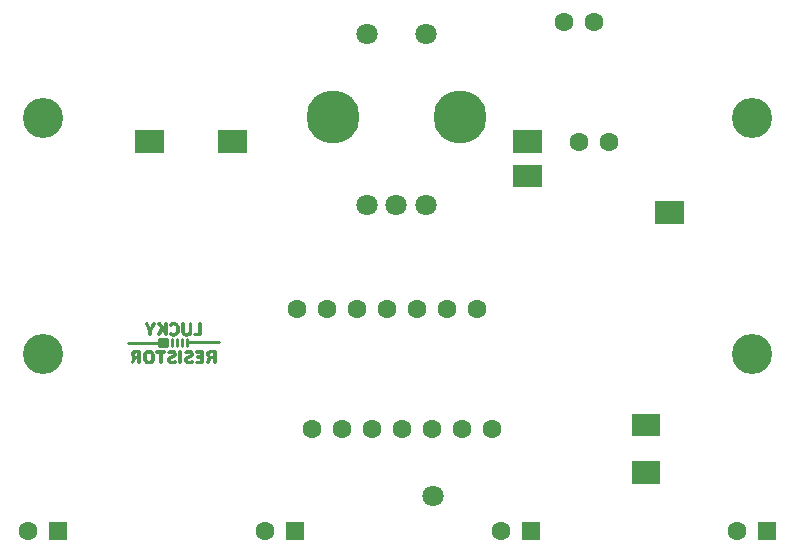
<source format=gbr>
G04 EAGLE Gerber RS-274X export*
G75*
%MOMM*%
%FSLAX34Y34*%
%LPD*%
%INSoldermask Bottom*%
%IPPOS*%
%AMOC8*
5,1,8,0,0,1.08239X$1,22.5*%
G01*
G04 Define Apertures*
%ADD10C,3.400000*%
%ADD11C,1.800000*%
%ADD12C,4.500000*%
%ADD13C,1.600000*%
%ADD14R,1.600000X1.600000*%
%ADD15C,0.254000*%
G36*
X142065Y360475D02*
X117935Y360475D01*
X117935Y379525D01*
X142065Y379525D01*
X142065Y360475D01*
G37*
G36*
X187935Y379525D02*
X212065Y379525D01*
X212065Y360475D01*
X187935Y360475D01*
X187935Y379525D01*
G37*
G36*
X537935Y99525D02*
X562065Y99525D01*
X562065Y80475D01*
X537935Y80475D01*
X537935Y99525D01*
G37*
G36*
X537935Y139525D02*
X562065Y139525D01*
X562065Y120475D01*
X537935Y120475D01*
X537935Y139525D01*
G37*
G36*
X582065Y300475D02*
X557935Y300475D01*
X557935Y319525D01*
X582065Y319525D01*
X582065Y300475D01*
G37*
G36*
X437935Y350525D02*
X462065Y350525D01*
X462065Y331475D01*
X437935Y331475D01*
X437935Y350525D01*
G37*
G36*
X437935Y379525D02*
X462065Y379525D01*
X462065Y360475D01*
X437935Y360475D01*
X437935Y379525D01*
G37*
D10*
X40000Y390000D03*
X640000Y390000D03*
X40000Y190000D03*
X640000Y190000D03*
D11*
X363900Y316100D03*
X338900Y316100D03*
X313900Y316100D03*
X363900Y461100D03*
X313900Y461100D03*
D12*
X392900Y391100D03*
X284900Y391100D03*
D13*
X254450Y228500D03*
X279850Y228500D03*
X305250Y228500D03*
X330650Y228500D03*
X356050Y228500D03*
X381450Y228500D03*
X406850Y228500D03*
X419550Y126900D03*
X394150Y126900D03*
X368750Y126900D03*
X343350Y126900D03*
X317950Y126900D03*
X292550Y126900D03*
X267150Y126900D03*
D14*
X652700Y40000D03*
D13*
X627300Y40000D03*
D14*
X452700Y40000D03*
D13*
X427300Y40000D03*
D14*
X252700Y40000D03*
D13*
X227300Y40000D03*
D14*
X52700Y40000D03*
D13*
X27300Y40000D03*
X480950Y470840D03*
X506350Y470840D03*
X493650Y369240D03*
X519050Y369240D03*
D15*
X130064Y183117D02*
X129131Y183041D01*
X130064Y183117D02*
X130485Y183211D01*
X130874Y183343D01*
X131233Y183513D01*
X131561Y183721D01*
X131858Y183965D01*
X132124Y184248D01*
X132358Y184567D01*
X132562Y184924D01*
X132735Y185319D01*
X132986Y186219D01*
X133111Y187267D01*
X133091Y188644D01*
X132986Y189350D01*
X132822Y189969D01*
X132607Y190508D01*
X132347Y190971D01*
X132052Y191365D01*
X131730Y191695D01*
X131388Y191966D01*
X131034Y192185D01*
X130677Y192356D01*
X129983Y192579D01*
X129372Y192681D01*
X128907Y192705D01*
X128447Y192685D01*
X128016Y192626D01*
X127613Y192529D01*
X127238Y192392D01*
X126892Y192218D01*
X126575Y192006D01*
X126287Y191755D01*
X126029Y191468D01*
X125800Y191143D01*
X125601Y190781D01*
X125432Y190382D01*
X125185Y189475D01*
X125061Y188425D01*
X125054Y187432D01*
X125133Y186589D01*
X125313Y185761D01*
X125447Y185363D01*
X125616Y184982D01*
X125822Y184622D01*
X126067Y184288D01*
X126354Y183983D01*
X126687Y183714D01*
X127068Y183484D01*
X127500Y183297D01*
X127986Y183158D01*
X128529Y183071D01*
X129131Y183041D01*
X129440Y192423D02*
X129079Y192443D01*
X129440Y192423D02*
X129783Y192364D01*
X130107Y192266D01*
X130412Y192132D01*
X130696Y191961D01*
X130959Y191754D01*
X131201Y191514D01*
X131420Y191240D01*
X131615Y190934D01*
X131787Y190596D01*
X132057Y189831D01*
X132223Y188952D01*
X132280Y187968D01*
X132179Y186553D01*
X132062Y185966D01*
X131907Y185453D01*
X131719Y185009D01*
X131504Y184629D01*
X131267Y184308D01*
X131013Y184042D01*
X130748Y183825D01*
X130476Y183653D01*
X130204Y183520D01*
X129935Y183423D01*
X129433Y183314D01*
X129010Y183286D01*
X128603Y183312D01*
X128119Y183418D01*
X127860Y183512D01*
X127598Y183639D01*
X127336Y183805D01*
X127081Y184014D01*
X126836Y184271D01*
X126608Y184580D01*
X126401Y184946D01*
X126220Y185373D01*
X126071Y185868D01*
X125886Y187074D01*
X125876Y188320D01*
X125988Y189289D01*
X126208Y190143D01*
X126356Y190525D01*
X126529Y190876D01*
X126726Y191194D01*
X126946Y191478D01*
X127189Y191728D01*
X127453Y191942D01*
X127739Y192120D01*
X128045Y192259D01*
X128371Y192361D01*
X128716Y192422D01*
X129079Y192443D01*
X148640Y183041D02*
X149411Y183091D01*
X150166Y183224D01*
X151493Y183640D01*
X151328Y184044D01*
X149949Y183589D01*
X149262Y183455D01*
X148623Y183406D01*
X148319Y183419D01*
X148040Y183455D01*
X147785Y183513D01*
X147554Y183591D01*
X147345Y183688D01*
X147157Y183803D01*
X146992Y183932D01*
X146846Y184075D01*
X146721Y184230D01*
X146614Y184395D01*
X146526Y184568D01*
X146456Y184748D01*
X146365Y185123D01*
X146336Y185504D01*
X146353Y185783D01*
X146403Y186037D01*
X146483Y186268D01*
X146589Y186477D01*
X146719Y186666D01*
X146870Y186835D01*
X147039Y186988D01*
X147417Y187245D01*
X147831Y187450D01*
X149695Y188088D01*
X150160Y188299D01*
X150551Y188538D01*
X150719Y188671D01*
X150868Y188814D01*
X150998Y188969D01*
X151108Y189136D01*
X151199Y189318D01*
X151270Y189514D01*
X151321Y189727D01*
X151352Y189958D01*
X151362Y190207D01*
X151335Y190617D01*
X151260Y190980D01*
X151141Y191298D01*
X150984Y191575D01*
X150796Y191814D01*
X150582Y192016D01*
X150347Y192186D01*
X150099Y192325D01*
X149582Y192526D01*
X149079Y192640D01*
X148296Y192705D01*
X147610Y192651D01*
X146926Y192497D01*
X146263Y192249D01*
X145640Y191916D01*
X145864Y191631D01*
X146520Y191978D01*
X147145Y192226D01*
X147737Y192376D01*
X148296Y192425D01*
X148753Y192387D01*
X148968Y192340D01*
X149172Y192276D01*
X149364Y192196D01*
X149544Y192099D01*
X149711Y191987D01*
X149864Y191862D01*
X150002Y191722D01*
X150124Y191570D01*
X150230Y191406D01*
X150318Y191230D01*
X150389Y191044D01*
X150440Y190848D01*
X150471Y190644D01*
X150482Y190431D01*
X150465Y190156D01*
X150417Y189906D01*
X150340Y189677D01*
X150236Y189468D01*
X150109Y189279D01*
X149960Y189108D01*
X149792Y188953D01*
X149410Y188686D01*
X148984Y188467D01*
X147000Y187751D01*
X146530Y187534D01*
X146141Y187291D01*
X145977Y187158D01*
X145832Y187014D01*
X145707Y186859D01*
X145602Y186691D01*
X145516Y186508D01*
X145449Y186310D01*
X145402Y186095D01*
X145364Y185608D01*
X145390Y185197D01*
X145464Y184832D01*
X145582Y184510D01*
X145737Y184229D01*
X145925Y183986D01*
X146141Y183777D01*
X146378Y183602D01*
X146633Y183456D01*
X147171Y183242D01*
X147713Y183116D01*
X148640Y183041D01*
X163036Y183041D02*
X163806Y183091D01*
X164561Y183224D01*
X165888Y183642D01*
X165723Y184044D01*
X164344Y183589D01*
X163657Y183455D01*
X163018Y183406D01*
X162715Y183419D01*
X162435Y183455D01*
X162180Y183513D01*
X161949Y183591D01*
X161739Y183688D01*
X161552Y183803D01*
X161386Y183932D01*
X161241Y184075D01*
X161115Y184230D01*
X161008Y184395D01*
X160920Y184568D01*
X160850Y184748D01*
X160758Y185123D01*
X160729Y185504D01*
X160747Y185783D01*
X160797Y186037D01*
X160876Y186268D01*
X160983Y186477D01*
X161113Y186666D01*
X161264Y186835D01*
X161433Y186988D01*
X161812Y187245D01*
X162226Y187450D01*
X164090Y188088D01*
X164555Y188299D01*
X164947Y188538D01*
X165114Y188671D01*
X165263Y188814D01*
X165393Y188969D01*
X165503Y189136D01*
X165594Y189318D01*
X165665Y189514D01*
X165716Y189727D01*
X165747Y189958D01*
X165757Y190207D01*
X165731Y190617D01*
X165655Y190980D01*
X165536Y191298D01*
X165379Y191575D01*
X165191Y191814D01*
X164977Y192016D01*
X164743Y192186D01*
X164494Y192325D01*
X163978Y192526D01*
X163474Y192640D01*
X162691Y192705D01*
X162006Y192652D01*
X161322Y192497D01*
X160658Y192250D01*
X160035Y191916D01*
X160261Y191631D01*
X160917Y191978D01*
X161542Y192226D01*
X162134Y192376D01*
X162691Y192425D01*
X163149Y192387D01*
X163363Y192340D01*
X163567Y192276D01*
X163759Y192196D01*
X163939Y192099D01*
X164106Y191987D01*
X164259Y191862D01*
X164397Y191722D01*
X164519Y191570D01*
X164625Y191406D01*
X164714Y191230D01*
X164784Y191044D01*
X164835Y190848D01*
X164866Y190644D01*
X164877Y190431D01*
X164860Y190156D01*
X164812Y189906D01*
X164735Y189677D01*
X164631Y189468D01*
X164504Y189279D01*
X164355Y189108D01*
X164187Y188953D01*
X163806Y188686D01*
X163380Y188467D01*
X161396Y187751D01*
X160927Y187534D01*
X160539Y187291D01*
X160375Y187158D01*
X160230Y187014D01*
X160105Y186859D01*
X160000Y186691D01*
X159914Y186508D01*
X159848Y186310D01*
X159801Y186095D01*
X159763Y185608D01*
X159789Y185197D01*
X159863Y184832D01*
X159981Y184510D01*
X160136Y184229D01*
X160324Y183986D01*
X160539Y183777D01*
X160776Y183602D01*
X161030Y183456D01*
X161568Y183242D01*
X162109Y183116D01*
X163036Y183041D01*
X116893Y186605D02*
X115392Y183248D01*
X116893Y186605D02*
X117129Y186908D01*
X117255Y187032D01*
X117515Y187230D01*
X117781Y187370D01*
X118042Y187461D01*
X118288Y187512D01*
X119531Y187529D01*
X119640Y187513D01*
X119746Y187486D01*
X119847Y187449D01*
X119943Y187402D01*
X120033Y187347D01*
X120118Y187284D01*
X120196Y187213D01*
X120267Y187135D01*
X120330Y187050D01*
X120385Y186959D01*
X120432Y186863D01*
X120469Y186762D01*
X120496Y186656D01*
X120512Y186547D01*
X120518Y183248D01*
X121283Y183248D01*
X121283Y192498D01*
X117258Y192448D01*
X116467Y192308D01*
X116150Y192208D01*
X115880Y192091D01*
X115654Y191959D01*
X115467Y191812D01*
X115316Y191653D01*
X115198Y191484D01*
X115108Y191306D01*
X115043Y191121D01*
X114998Y190930D01*
X114958Y190541D01*
X114961Y190163D01*
X115014Y189823D01*
X115111Y189516D01*
X115247Y189241D01*
X115412Y188999D01*
X115601Y188790D01*
X115805Y188615D01*
X116016Y188474D01*
X116190Y188380D01*
X116316Y188293D01*
X116428Y188191D01*
X116523Y188074D01*
X116602Y187947D01*
X116663Y187809D01*
X116704Y187663D01*
X116726Y187511D01*
X116726Y187356D01*
X116704Y187204D01*
X116663Y187058D01*
X116602Y186920D01*
X116523Y186793D01*
X116428Y186677D01*
X116316Y186574D01*
X116190Y186487D01*
X116116Y186446D01*
X116098Y186433D01*
X116045Y186380D01*
X115978Y186288D01*
X114630Y183248D01*
X115392Y183248D01*
X119419Y192391D02*
X119531Y192385D01*
X119640Y192369D01*
X119746Y192342D01*
X119847Y192305D01*
X119943Y192258D01*
X120033Y192203D01*
X120118Y192140D01*
X120196Y192069D01*
X120267Y191991D01*
X120330Y191906D01*
X120385Y191815D01*
X120432Y191719D01*
X120469Y191618D01*
X120496Y191512D01*
X120512Y191403D01*
X120512Y188596D01*
X120496Y188486D01*
X120469Y188381D01*
X120432Y188280D01*
X120385Y188183D01*
X120330Y188093D01*
X120267Y188008D01*
X120196Y187930D01*
X120118Y187859D01*
X120033Y187795D01*
X119943Y187740D01*
X119847Y187694D01*
X119746Y187657D01*
X119640Y187630D01*
X119531Y187613D01*
X118020Y187619D01*
X117753Y187653D01*
X117501Y187708D01*
X117263Y187784D01*
X117041Y187881D01*
X116834Y187998D01*
X116644Y188133D01*
X116471Y188287D01*
X116316Y188459D01*
X116180Y188648D01*
X116063Y188853D01*
X115966Y189074D01*
X115889Y189310D01*
X115833Y189561D01*
X115788Y190103D01*
X115813Y190501D01*
X115898Y190901D01*
X115967Y191097D01*
X116058Y191286D01*
X116171Y191467D01*
X116308Y191639D01*
X116472Y191798D01*
X116665Y191942D01*
X116887Y192071D01*
X117142Y192180D01*
X117432Y192269D01*
X117757Y192336D01*
X119419Y192391D01*
X139489Y191127D02*
X139483Y183248D01*
X139489Y191127D02*
X139506Y191237D01*
X139533Y191342D01*
X139570Y191443D01*
X139616Y191539D01*
X139671Y191630D01*
X139734Y191715D01*
X139805Y191793D01*
X139883Y191864D01*
X139968Y191927D01*
X140059Y191983D01*
X140155Y192029D01*
X140256Y192066D01*
X140361Y192093D01*
X140470Y192110D01*
X142532Y192115D01*
X142532Y192498D01*
X135566Y192498D01*
X135566Y192115D01*
X137749Y192110D01*
X137858Y192093D01*
X137963Y192066D01*
X138064Y192029D01*
X138160Y191983D01*
X138251Y191927D01*
X138336Y191864D01*
X138414Y191793D01*
X138485Y191715D01*
X138548Y191630D01*
X138603Y191539D01*
X138649Y191443D01*
X138686Y191342D01*
X138713Y191237D01*
X138730Y191127D01*
X138736Y183248D01*
X139483Y183248D01*
X155994Y183248D02*
X155994Y192498D01*
X155234Y192498D01*
X155234Y183248D01*
X155994Y183248D01*
X174523Y183248D02*
X174523Y192498D01*
X169233Y192498D01*
X169233Y192115D01*
X172774Y192110D01*
X172883Y192093D01*
X172989Y192066D01*
X173090Y192029D01*
X173186Y191983D01*
X173277Y191927D01*
X173362Y191864D01*
X173440Y191793D01*
X173511Y191715D01*
X173574Y191630D01*
X173629Y191539D01*
X173676Y191443D01*
X173713Y191342D01*
X173740Y191237D01*
X173756Y191127D01*
X173756Y189164D01*
X173740Y189055D01*
X173713Y188949D01*
X173676Y188848D01*
X173629Y188752D01*
X173574Y188661D01*
X173511Y188576D01*
X173440Y188498D01*
X173362Y188427D01*
X173277Y188364D01*
X173186Y188309D01*
X173090Y188262D01*
X172989Y188225D01*
X172883Y188198D01*
X172774Y188182D01*
X169871Y188176D01*
X169871Y187794D01*
X172774Y187788D01*
X172883Y187771D01*
X172989Y187744D01*
X173090Y187707D01*
X173186Y187661D01*
X173277Y187606D01*
X173362Y187542D01*
X173440Y187471D01*
X173511Y187393D01*
X173574Y187308D01*
X173629Y187218D01*
X173676Y187121D01*
X173713Y187020D01*
X173740Y186915D01*
X173756Y186805D01*
X173756Y184617D01*
X173740Y184507D01*
X173713Y184402D01*
X173676Y184301D01*
X173629Y184204D01*
X173574Y184114D01*
X173511Y184029D01*
X173440Y183951D01*
X173362Y183880D01*
X173277Y183816D01*
X173186Y183761D01*
X173090Y183715D01*
X172989Y183678D01*
X172883Y183651D01*
X172774Y183634D01*
X169113Y183628D01*
X169113Y183248D01*
X174523Y183248D01*
X179105Y183248D02*
X180607Y186605D01*
X180842Y186908D01*
X181097Y187139D01*
X181362Y187307D01*
X181626Y187421D01*
X181880Y187491D01*
X182116Y187526D01*
X183243Y187529D01*
X183353Y187513D01*
X183458Y187486D01*
X183559Y187449D01*
X183656Y187402D01*
X183746Y187347D01*
X183831Y187284D01*
X183909Y187213D01*
X183980Y187135D01*
X184044Y187050D01*
X184099Y186959D01*
X184145Y186863D01*
X184182Y186762D01*
X184209Y186656D01*
X184226Y186547D01*
X184232Y183248D01*
X184993Y183248D01*
X184993Y192498D01*
X180970Y192448D01*
X180180Y192308D01*
X179864Y192208D01*
X179594Y192091D01*
X179368Y191959D01*
X179181Y191812D01*
X179031Y191653D01*
X178913Y191484D01*
X178823Y191306D01*
X178758Y191121D01*
X178713Y190930D01*
X178673Y190541D01*
X178676Y190163D01*
X178729Y189823D01*
X178826Y189516D01*
X178961Y189241D01*
X179127Y188999D01*
X179315Y188790D01*
X179518Y188615D01*
X179729Y188474D01*
X179904Y188380D01*
X180030Y188293D01*
X180142Y188191D01*
X180238Y188074D01*
X180317Y187947D01*
X180378Y187809D01*
X180420Y187663D01*
X180441Y187511D01*
X180441Y187356D01*
X180420Y187204D01*
X180378Y187058D01*
X180317Y186920D01*
X180238Y186793D01*
X180142Y186677D01*
X180030Y186574D01*
X179904Y186487D01*
X179830Y186446D01*
X179812Y186433D01*
X179760Y186380D01*
X179691Y186288D01*
X179618Y186155D01*
X178341Y183248D01*
X179105Y183248D01*
X183131Y192391D02*
X183243Y192385D01*
X183353Y192369D01*
X183458Y192342D01*
X183559Y192305D01*
X183656Y192258D01*
X183746Y192203D01*
X183831Y192140D01*
X183909Y192069D01*
X183980Y191991D01*
X184044Y191906D01*
X184099Y191815D01*
X184145Y191719D01*
X184182Y191618D01*
X184209Y191512D01*
X184226Y191403D01*
X184226Y188596D01*
X184209Y188486D01*
X184182Y188381D01*
X184145Y188280D01*
X184099Y188183D01*
X184044Y188093D01*
X183980Y188008D01*
X183909Y187930D01*
X183831Y187859D01*
X183746Y187795D01*
X183656Y187740D01*
X183559Y187694D01*
X183458Y187657D01*
X183353Y187630D01*
X183243Y187613D01*
X181732Y187619D01*
X181466Y187653D01*
X181213Y187708D01*
X180976Y187784D01*
X180753Y187881D01*
X180547Y187998D01*
X180357Y188133D01*
X180184Y188287D01*
X180029Y188459D01*
X179892Y188648D01*
X179775Y188853D01*
X179678Y189074D01*
X179601Y189310D01*
X179545Y189561D01*
X179500Y190103D01*
X179525Y190501D01*
X179609Y190901D01*
X179679Y191097D01*
X179769Y191286D01*
X179882Y191467D01*
X180020Y191639D01*
X180184Y191798D01*
X180377Y191942D01*
X180599Y192071D01*
X180854Y192180D01*
X181144Y192269D01*
X181469Y192336D01*
X183131Y192391D01*
X144302Y202557D02*
X138216Y202557D01*
X138216Y200882D01*
X138216Y198962D01*
X138216Y197121D01*
X144302Y197121D01*
X149794Y206652D02*
X150414Y206681D01*
X150973Y206767D01*
X151473Y206904D01*
X151917Y207088D01*
X152309Y207315D01*
X152651Y207581D01*
X152947Y207880D01*
X153199Y208210D01*
X153410Y208564D01*
X153584Y208940D01*
X153829Y209737D01*
X153959Y210565D01*
X153997Y211389D01*
X153963Y212177D01*
X153866Y212878D01*
X153712Y213495D01*
X153509Y214035D01*
X153263Y214502D01*
X152981Y214902D01*
X152670Y215240D01*
X152337Y215520D01*
X151989Y215748D01*
X151632Y215929D01*
X151275Y216069D01*
X150583Y216242D01*
X149969Y216309D01*
X149522Y216311D01*
X149159Y216278D01*
X148809Y216212D01*
X148473Y216112D01*
X148151Y215980D01*
X147843Y215815D01*
X147549Y215616D01*
X147135Y215258D01*
X147483Y215008D01*
X148035Y215467D01*
X148320Y215647D01*
X148612Y215794D01*
X148909Y215908D01*
X149214Y215989D01*
X149526Y216037D01*
X149846Y216054D01*
X150146Y216040D01*
X150447Y215996D01*
X150744Y215923D01*
X151036Y215817D01*
X151320Y215679D01*
X151593Y215506D01*
X151853Y215296D01*
X152097Y215050D01*
X152322Y214764D01*
X152526Y214438D01*
X152705Y214071D01*
X152858Y213661D01*
X153074Y212705D01*
X153150Y211561D01*
X153120Y210793D01*
X153033Y210113D01*
X152897Y209516D01*
X152717Y208997D01*
X152502Y208550D01*
X152256Y208171D01*
X151988Y207853D01*
X151703Y207591D01*
X151409Y207380D01*
X151112Y207215D01*
X150818Y207090D01*
X150269Y206939D01*
X149815Y206884D01*
X149215Y206903D01*
X148656Y207011D01*
X148104Y207205D01*
X147421Y207572D01*
X147266Y207372D01*
X147847Y207047D01*
X148451Y206823D01*
X149094Y206693D01*
X149794Y206652D01*
X161124Y206652D02*
X162083Y206705D01*
X162852Y206860D01*
X163170Y206973D01*
X163448Y207109D01*
X163688Y207268D01*
X163892Y207447D01*
X164063Y207647D01*
X164203Y207866D01*
X164315Y208104D01*
X164401Y208360D01*
X164506Y208922D01*
X164536Y216109D01*
X163775Y216109D01*
X163728Y209094D01*
X163669Y208807D01*
X163589Y208539D01*
X163487Y208290D01*
X163363Y208059D01*
X163218Y207849D01*
X163053Y207658D01*
X162868Y207487D01*
X162663Y207338D01*
X162440Y207211D01*
X162198Y207105D01*
X161938Y207022D01*
X161660Y206962D01*
X161055Y206914D01*
X160766Y206926D01*
X160490Y206964D01*
X160227Y207025D01*
X159979Y207110D01*
X159747Y207217D01*
X159530Y207345D01*
X159330Y207494D01*
X159148Y207663D01*
X158985Y207851D01*
X158840Y208057D01*
X158716Y208281D01*
X158613Y208521D01*
X158531Y208777D01*
X158471Y209048D01*
X158423Y216109D01*
X157661Y216109D01*
X157691Y208855D01*
X157777Y208472D01*
X157911Y208136D01*
X158088Y207844D01*
X158301Y207592D01*
X158542Y207379D01*
X158807Y207200D01*
X159088Y207052D01*
X159671Y206841D01*
X160240Y206720D01*
X161124Y206652D01*
X130529Y206859D02*
X130537Y210281D01*
X130560Y210411D01*
X130599Y210538D01*
X133509Y216109D01*
X132769Y216109D01*
X131010Y212465D01*
X130915Y212343D01*
X130805Y212236D01*
X130682Y212146D01*
X130547Y212073D01*
X130404Y212020D01*
X130252Y211988D01*
X130095Y211976D01*
X129938Y211987D01*
X129782Y212019D01*
X129629Y212070D01*
X129483Y212140D01*
X129349Y212227D01*
X129229Y212330D01*
X129126Y212449D01*
X127264Y216109D01*
X126709Y216109D01*
X129708Y210567D01*
X129749Y210436D01*
X129774Y210302D01*
X129782Y206859D01*
X130529Y206859D01*
X137795Y206859D02*
X139630Y210600D01*
X139715Y210713D01*
X139814Y210813D01*
X139924Y210900D01*
X140044Y210971D01*
X140173Y211028D01*
X140309Y211067D01*
X140487Y211092D01*
X140536Y211094D01*
X140678Y211087D01*
X140806Y211064D01*
X140929Y211026D01*
X141047Y210975D01*
X141157Y210910D01*
X141260Y210833D01*
X141354Y210743D01*
X142502Y209174D01*
X142580Y209020D01*
X142633Y208856D01*
X142660Y208685D01*
X142663Y206859D01*
X143407Y206859D01*
X143407Y216109D01*
X142663Y216109D01*
X142647Y213309D01*
X142595Y213017D01*
X142513Y212761D01*
X142402Y212540D01*
X142267Y212355D01*
X142191Y212277D01*
X142111Y212207D01*
X142026Y212146D01*
X141937Y212094D01*
X141845Y212051D01*
X141749Y212017D01*
X141651Y211992D01*
X141550Y211977D01*
X141448Y211970D01*
X141239Y211985D01*
X141028Y212037D01*
X140819Y212125D01*
X140613Y212251D01*
X140416Y212414D01*
X140231Y212615D01*
X137847Y216109D01*
X137261Y216109D01*
X139426Y212973D01*
X139484Y212838D01*
X139524Y212698D01*
X139544Y212554D01*
X139545Y212409D01*
X139527Y212264D01*
X139489Y212122D01*
X136879Y206859D01*
X137795Y206859D01*
X172887Y206859D02*
X172887Y216109D01*
X172110Y216109D01*
X172104Y208246D01*
X172088Y208137D01*
X172061Y208032D01*
X172024Y207930D01*
X171977Y207834D01*
X171922Y207743D01*
X171859Y207659D01*
X171788Y207581D01*
X171710Y207510D01*
X171625Y207446D01*
X171534Y207391D01*
X171438Y207345D01*
X171337Y207308D01*
X171231Y207281D01*
X171122Y207264D01*
X167545Y207258D01*
X167545Y206859D01*
X172887Y206859D01*
X161349Y200001D02*
X188619Y200001D01*
X138203Y199863D02*
X111265Y199863D01*
X161349Y202557D02*
X161349Y197121D01*
X157087Y197121D02*
X157087Y202557D01*
X152826Y202557D02*
X152826Y197121D01*
X148564Y197121D02*
X148564Y202557D01*
X144302Y202557D02*
X144302Y200882D01*
X144302Y198962D01*
X144302Y197121D01*
X144302Y200882D02*
X138216Y200882D01*
X138216Y198962D02*
X144302Y198962D01*
D11*
X370000Y70000D03*
M02*

</source>
